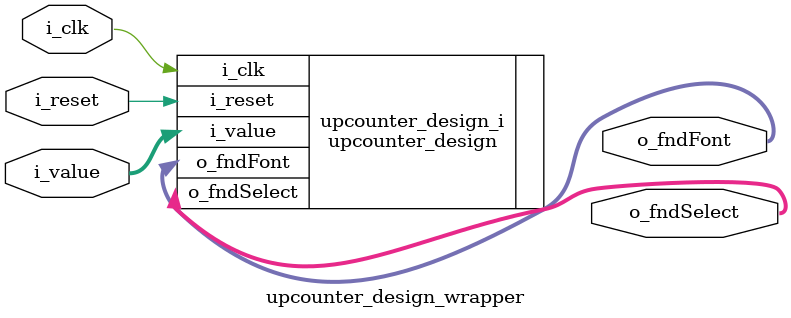
<source format=v>
`timescale 1 ps / 1 ps

module upcounter_design_wrapper
   (i_clk,
    i_reset,
    i_value,
    o_fndFont,
    o_fndSelect);
  input i_clk;
  input i_reset;
  input [13:0]i_value;
  output [7:0]o_fndFont;
  output [3:0]o_fndSelect;

  wire i_clk;
  wire i_reset;
  wire [13:0]i_value;
  wire [7:0]o_fndFont;
  wire [3:0]o_fndSelect;

  upcounter_design upcounter_design_i
       (.i_clk(i_clk),
        .i_reset(i_reset),
        .i_value(i_value),
        .o_fndFont(o_fndFont),
        .o_fndSelect(o_fndSelect));
endmodule

</source>
